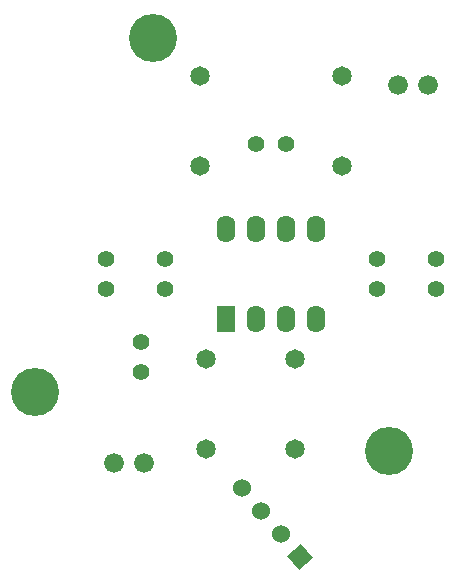
<source format=gbl>
G04 (created by PCBNEW (2013-07-07 BZR 4022)-stable) date 08/01/2014 16:20:29*
%MOIN*%
G04 Gerber Fmt 3.4, Leading zero omitted, Abs format*
%FSLAX34Y34*%
G01*
G70*
G90*
G04 APERTURE LIST*
%ADD10C,0.00393701*%
%ADD11C,0.065*%
%ADD12C,0.06*%
%ADD13C,0.066*%
%ADD14R,0.062X0.09*%
%ADD15O,0.062X0.09*%
%ADD16C,0.055*%
%ADD17C,0.16*%
G04 APERTURE END LIST*
G54D10*
G54D11*
X101181Y-45200D03*
X101181Y-42200D03*
X102755Y-32751D03*
X102755Y-35751D03*
X98031Y-35751D03*
X98031Y-32751D03*
X98228Y-42200D03*
X98228Y-45200D03*
G54D10*
G36*
X101780Y-48823D02*
X101320Y-49209D01*
X100935Y-48749D01*
X101394Y-48364D01*
X101780Y-48823D01*
X101780Y-48823D01*
G37*
G54D12*
X100715Y-48020D03*
X100072Y-47254D03*
X99429Y-46488D03*
G54D13*
X105618Y-33070D03*
X104618Y-33070D03*
X95169Y-45669D03*
X96169Y-45669D03*
G54D14*
X98893Y-40870D03*
G54D15*
X99893Y-40870D03*
X100893Y-40870D03*
X101893Y-40870D03*
X101893Y-37870D03*
X100893Y-37870D03*
X99893Y-37870D03*
X98893Y-37870D03*
G54D16*
X94881Y-38870D03*
X94881Y-39870D03*
X105905Y-39870D03*
X105905Y-38870D03*
X96062Y-41625D03*
X96062Y-42625D03*
X99893Y-35039D03*
X100893Y-35039D03*
X96850Y-38870D03*
X96850Y-39870D03*
X103937Y-38870D03*
X103937Y-39870D03*
G54D17*
X96456Y-31496D03*
X92519Y-43307D03*
X104330Y-45275D03*
M02*

</source>
